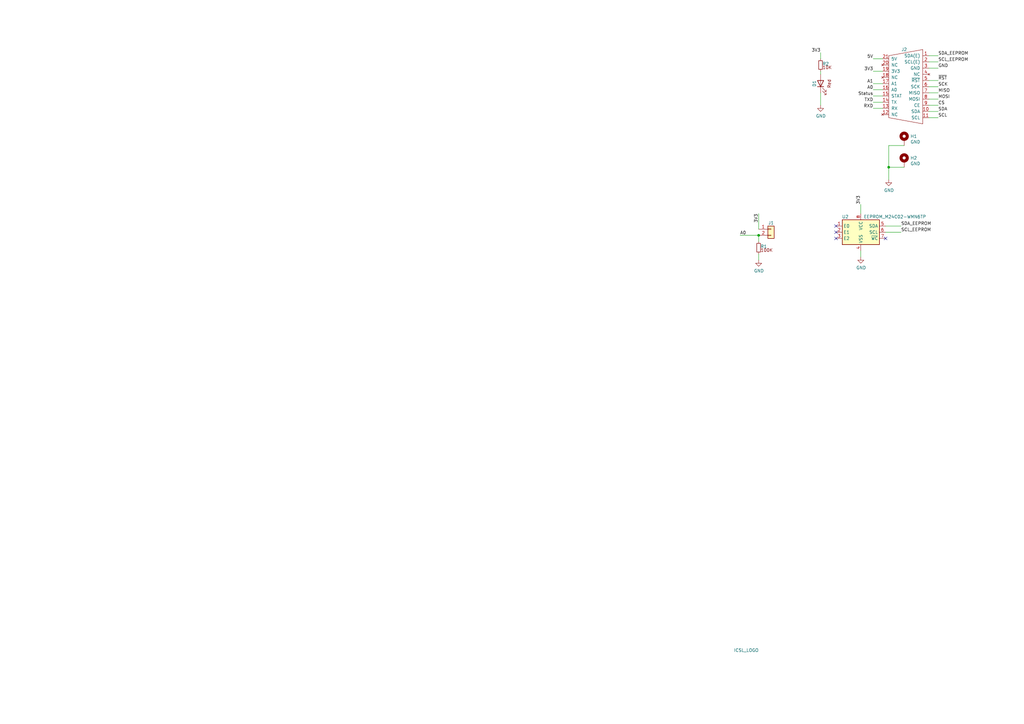
<source format=kicad_sch>
(kicad_sch (version 20211123) (generator eeschema)
  (paper "A3")
  (lib_symbols
    (symbol "ICSL:Amphenol_91911-31321_plug" (pin_names (offset 1.016))
      (property "Reference" "J" (at 0 12.7 0))
      (symbol "Amphenol_91911-31321_plug_0_1"
        (polyline (pts (xy 7.62 -17.78) (xy 7.62 12.7)))
        (polyline (pts (xy 7.62 12.7) (xy -6.35 10.16) (xy -6.35 -15.24) (xy 7.62 -17.78)))
      )
      (symbol "Amphenol_91911-31321_plug_1_1"
        (pin bidirectional line (at 10.16 10.16 180) (length 2.54) (name "SDA(E)") (number "1"))
        (pin bidirectional line (at 10.16 -12.7 180) (length 2.54) (name "SDA") (number "10"))
        (pin output line (at 10.16 -15.24 180) (length 2.54) (name "SCL") (number "11"))
        (pin no_connect line (at -8.89 -13.97 0) (length 2.54) (name "NC") (number "12"))
        (pin input line (at -8.89 -11.43 0) (length 2.54) (name "RX") (number "13"))
        (pin output line (at -8.89 -8.89 0) (length 2.54) (name "TX") (number "14"))
        (pin input line (at -8.89 -6.35 0) (length 2.54) (name "STAT") (number "15"))
        (pin input line (at -8.89 -3.81 0) (length 2.54) (name "A0") (number "16"))
        (pin input line (at -8.89 -1.27 0) (length 2.54) (name "A1") (number "17"))
        (pin no_connect line (at -8.89 1.27 0) (length 2.54) (name "NC") (number "18"))
        (pin power_out line (at -8.89 3.81 0) (length 2.54) (name "3V3") (number "19"))
        (pin output line (at 10.16 7.62 180) (length 2.54) (name "SCL(E)") (number "2"))
        (pin no_connect line (at -8.89 6.35 0) (length 2.54) (name "NC") (number "20"))
        (pin power_out line (at -8.89 8.89 0) (length 2.54) (name "5V") (number "21"))
        (pin power_out line (at 10.16 5.08 180) (length 2.54) (name "GND") (number "3"))
        (pin no_connect line (at 10.16 2.54 180) (length 2.54) (name "NC") (number "4"))
        (pin output line (at 10.16 0 180) (length 2.54) (name "~{RST}") (number "5"))
        (pin output line (at 10.16 -2.54 180) (length 2.54) (name "SCK") (number "6"))
        (pin input line (at 10.16 -5.08 180) (length 2.54) (name "MISO") (number "7"))
        (pin output line (at 10.16 -7.62 180) (length 2.54) (name "MOSI") (number "8"))
        (pin output line (at 10.16 -10.16 180) (length 2.54) (name "CE") (number "9"))
      )
    )
    (symbol "ICSL:ICSL_LOGO"
      (property "Value" "ICSL_LOGO" (at 0 0 0))
    )
    (symbol "Mechanical:MountingHole_Pad" (pin_numbers hide) (pin_names (offset 1.016) hide)
      (property "Reference" "H" (at 0 6.35 0))
      (property "Value" "MountingHole_Pad" (at 0 4.445 0))
      (symbol "MountingHole_Pad_0_1"
        (circle (center 0 1.27) (radius 1.27) (stroke (width 1.27)))
      )
      (symbol "MountingHole_Pad_1_1"
        (pin input line (at 0 -2.54 90) (length 2.54) (name "1") (number "1"))
      )
    )
    (symbol "jlcsmt-connectors:DC-2.1MM" (pin_names (offset 1.016) hide)
      (property "Reference" "J" (at 0 2.54 0))
      (symbol "DC-2.1MM_1_1"
        (rectangle (start -1.27 -2.413) (end 0 -2.667) (stroke (width 0.1524)))
        (rectangle (start -1.27 0.127) (end 0 -0.127) (stroke (width 0.1524)))
        (rectangle (start -1.27 1.27) (end 1.27 -3.81) (stroke (width 0.254)) (fill (type background)))
        (pin passive line (at -5.08 0 0) (length 3.81) (name "Pin_1") (number "1"))
        (pin passive line (at -5.08 -2.54 0) (length 3.81) (name "Pin_2") (number "2"))
      )
    )
    (symbol "jlcsmt-ic:EEPROM_M24C02-WMN6TP"
      (property "Reference" "U" (at -6.35 6.35 0))
      (property "Value" "EEPROM_M24C02-WMN6TP" (at 13.97 6.35 0))
      (symbol "EEPROM_M24C02-WMN6TP_0_1"
        (rectangle (start -7.62 5.08) (end 7.62 -5.08) (stroke (width 0.254)) (fill (type background)))
      )
      (symbol "EEPROM_M24C02-WMN6TP_1_1"
        (pin input line (at -10.16 2.54 0) (length 2.54) (name "E0") (number "1"))
        (pin input line (at -10.16 0 0) (length 2.54) (name "E1") (number "2"))
        (pin input line (at -10.16 -2.54 0) (length 2.54) (name "E2") (number "3"))
        (pin power_in line (at 0 -7.62 90) (length 2.54) (name "VSS") (number "4"))
        (pin bidirectional line (at 10.16 2.54 180) (length 2.54) (name "SDA") (number "5"))
        (pin input line (at 10.16 0 180) (length 2.54) (name "SCL") (number "6"))
        (pin input line (at 10.16 -2.54 180) (length 2.54) (name "~{WC}") (number "7"))
        (pin power_in line (at 0 7.62 270) (length 2.54) (name "VCC") (number "8"))
      )
    )
    (symbol "jlcsmt-rcl:LED_0603_Red" (pin_numbers hide) (pin_names (offset 1.016) hide)
      (property "Reference" "D" (at 0 2.54 0))
      (symbol "LED_0603_Red_0_0"
        (text "Red" (at 0 -3.556 0) (effects (font (size 1.27 1.27))))
      )
      (symbol "LED_0603_Red_0_1"
        (polyline (pts (xy -1.27 -1.27) (xy -1.27 1.27)) (stroke (width 0.254)))
        (polyline (pts (xy -1.27 0) (xy 1.27 0)))
        (polyline (pts (xy 1.27 -1.27) (xy 1.27 1.27) (xy -1.27 0) (xy 1.27 -1.27)) (stroke (width 0.254)))
        (polyline (pts (xy -3.048 -0.762) (xy -4.572 -2.286) (xy -3.81 -2.286) (xy -4.572 -2.286) (xy -4.572 -1.524)))
        (polyline (pts (xy -1.778 -0.762) (xy -3.302 -2.286) (xy -2.54 -2.286) (xy -3.302 -2.286) (xy -3.302 -1.524)))
      )
      (symbol "LED_0603_Red_1_1"
        (pin passive line (at -3.81 0 0) (length 2.54) (name "K") (number "1"))
        (pin passive line (at 3.81 0 180) (length 2.54) (name "A") (number "2"))
      )
    )
    (symbol "jlcsmt-rcl:R_0402_100K" (pin_numbers hide) (pin_names (offset 0.254) hide)
      (property "Reference" "R" (at 0.762 0.508 0))
      (symbol "R_0402_100K_0_0"
        (text "100K" (at 0.762 -1.016 0) (effects (font (size 1.27 1.27)) (justify left)))
      )
      (symbol "R_0402_100K_0_1"
        (rectangle (start -0.762 1.778) (end 0.762 -1.778) (stroke (width 0.2032)))
      )
      (symbol "R_0402_100K_1_1"
        (pin passive line (at 0 2.54 270) (length 0.762) (name "~") (number "1"))
        (pin passive line (at 0 -2.54 90) (length 0.762) (name "~") (number "2"))
      )
    )
    (symbol "jlcsmt-rcl:R_0402_10K" (pin_numbers hide) (pin_names (offset 0.254) hide)
      (property "Reference" "R" (at 0.762 0.508 0))
      (symbol "R_0402_10K_0_0"
        (text "10K" (at 0.762 -1.016 0) (effects (font (size 1.27 1.27)) (justify left)))
      )
      (symbol "R_0402_10K_0_1"
        (rectangle (start -0.762 1.778) (end 0.762 -1.778) (stroke (width 0.2032)))
      )
      (symbol "R_0402_10K_1_1"
        (pin passive line (at 0 2.54 270) (length 0.762) (name "~") (number "1"))
        (pin passive line (at 0 -2.54 90) (length 0.762) (name "~") (number "2"))
      )
    )
    (symbol "power:GND" (power) (pin_names (offset 0))
      (property "Value" "GND" (at 0 -3.81 0))
      (symbol "GND_0_1"
        (polyline (pts (xy 0 0) (xy 0 -1.27) (xy 1.27 -1.27) (xy 0 -2.54) (xy -1.27 -1.27) (xy 0 -1.27)))
      )
      (symbol "GND_1_1"
        (pin power_in line (at 0 0 270) (length 0) hide (name "GND") (number "1"))
      )
    )
  )
  (junction (at 364.49 68.58))
  (junction (at 311.15 96.52))
  (no_connect (at 363.22 97.79))
  (no_connect (at 342.9 97.79))
  (no_connect (at 342.9 92.71))
  (no_connect (at 342.9 95.25))
  (wire (pts (xy 358.14 29.21) (xy 361.95 29.21)))
  (wire (pts (xy 364.49 73.66) (xy 364.49 68.58)))
  (wire (pts (xy 358.14 41.91) (xy 361.95 41.91)))
  (wire (pts (xy 381 22.86) (xy 384.81 22.86)))
  (wire (pts (xy 363.22 92.71) (xy 369.57 92.71)))
  (wire (pts (xy 358.14 44.45) (xy 361.95 44.45)))
  (wire (pts (xy 364.49 59.69) (xy 370.84 59.69)))
  (wire (pts (xy 381 43.18) (xy 384.81 43.18)))
  (wire (pts (xy 381 35.56) (xy 384.81 35.56)))
  (wire (pts (xy 381 45.72) (xy 384.81 45.72)))
  (wire (pts (xy 381 27.94) (xy 384.81 27.94)))
  (wire (pts (xy 381 40.64) (xy 384.81 40.64)))
  (wire (pts (xy 358.14 34.29) (xy 361.95 34.29)))
  (wire (pts (xy 364.49 68.58) (xy 370.84 68.58)))
  (wire (pts (xy 381 38.1) (xy 384.81 38.1)))
  (wire (pts (xy 381 33.02) (xy 384.81 33.02)))
  (wire (pts (xy 381 48.26) (xy 384.81 48.26)))
  (wire (pts (xy 364.49 68.58) (xy 364.49 59.69)))
  (wire (pts (xy 311.15 106.68) (xy 311.15 104.14)))
  (wire (pts (xy 358.14 24.13) (xy 361.95 24.13)))
  (wire (pts (xy 311.15 96.52) (xy 311.15 99.06)))
  (wire (pts (xy 358.14 36.83) (xy 361.95 36.83)))
  (wire (pts (xy 311.15 87.63) (xy 311.15 93.98)))
  (wire (pts (xy 381 25.4) (xy 384.81 25.4)))
  (wire (pts (xy 336.55 29.21) (xy 336.55 30.48)))
  (wire (pts (xy 303.53 96.52) (xy 311.15 96.52)))
  (wire (pts (xy 363.22 95.25) (xy 369.57 95.25)))
  (wire (pts (xy 358.14 39.37) (xy 361.95 39.37)))
  (wire (pts (xy 353.06 105.41) (xy 353.06 102.87)))
  (wire (pts (xy 336.55 43.18) (xy 336.55 38.1)))
  (wire (pts (xy 336.55 21.59) (xy 336.55 24.13)))
  (wire (pts (xy 353.06 83.82) (xy 353.06 87.63)))
  (label "SDA_EEPROM" (at 369.57 92.71 0))
  (label "SDA_EEPROM" (at 384.81 22.86 0))
  (label "3V3" (at 358.14 29.21 180))
  (label "A0" (at 303.53 96.52 0))
  (label "SCK" (at 384.81 35.56 0))
  (label "GND" (at 384.81 27.94 0))
  (label "3V3" (at 353.06 83.82 90))
  (label "A0" (at 358.14 36.83 180))
  (label "MOSI" (at 384.81 40.64 0))
  (label "~{RST}" (at 384.81 33.02 0))
  (label "5V" (at 358.14 24.13 180))
  (label "MISO" (at 384.81 38.1 0))
  (label "A1" (at 358.14 34.29 180))
  (label "SDA" (at 384.81 45.72 0))
  (label "CS" (at 384.81 43.18 0))
  (label "TXD" (at 358.14 41.91 180))
  (label "Status" (at 358.14 39.37 180))
  (label "RXD" (at 358.14 44.45 180))
  (label "3V3" (at 336.55 21.59 180))
  (label "SCL_EEPROM" (at 384.81 25.4 0))
  (label "SCL" (at 384.81 48.26 0))
  (label "3V3" (at 311.15 87.63 270))
  (label "SCL_EEPROM" (at 369.57 95.25 0))
  (symbol (lib_id "Mechanical:MountingHole_Pad") (at 370.84 57.15 0) (unit 1)
    (property "Reference" "H1" (at 373.38 55.9054 0) (effects (justify left)))
    (property "Value" "GND" (at 373.38 58.2168 0) (effects (justify left)))
    (property "Footprint" "ICSL:M1502-B-2545-AL-TOP" (effects hide))
  )
  (symbol (lib_id "Mechanical:MountingHole_Pad") (at 370.84 66.04 0) (unit 1)
    (property "Reference" "H2" (at 373.38 64.7954 0) (effects (justify left)))
    (property "Value" "GND" (at 373.38 67.1068 0) (effects (justify left)))
    (property "Footprint" "ICSL:M1502-B-2545-AL-TOP" (effects hide))
  )
  (symbol (lib_id "power:GND") (at 364.49 73.66 0) (unit 1)
    (property "Reference" "#PWR04" (effects hide))
    (property "Value" "GND" (at 364.617 78.0542 0))
  )
  (symbol (lib_id "ICSL:Amphenol_91911-31321_plug") (at 370.84 33.02 0) (unit 1)
    (property "Reference" "J2" (at 370.84 20.32 0))
    (property "Value" "Amphenol_91911-31321_plug" (effects hide))
    (property "Footprint" "ICSL:Amphenol_91911-31321LF_PLUG" (effects hide))
    (property "Datasheet" "https://cdn.amphenol-icc.com/media/wysiwyg/files/drawing/91900.pdf" (effects hide))
    (property "LCSC" "C9900009023" (effects hide))
  )
  (symbol (lib_id "power:GND") (at 336.55 43.18 0) (unit 1)
    (property "Reference" "#PWR02" (effects hide))
    (property "Value" "GND" (at 336.677 47.5742 0))
  )
  (symbol (lib_id "jlcsmt-rcl:R_0402_10K") (at 336.55 26.67 0) (unit 1)
    (property "Reference" "R2" (at 337.312 26.162 0) (effects (justify left)))
    (property "Value" "R_0402_10K" (effects hide))
    (property "Footprint" "Resistor_SMD:R_0402_1005Metric" (effects hide))
    (property "Datasheet" "https://datasheet.lcsc.com/lcsc/2110260030_UNI-ROYAL-Uniroyal-Elec-0402WGF1002TCE_C25744.pdf" (effects hide))
    (property "MFR" "UNI-ROYAL(Uniroyal Elec)" (effects hide))
    (property "MFR Part#" "0402WGF1002TCE" (effects hide))
    (property "LCSC" "C25744" (effects hide))
  )
  (symbol (lib_id "ICSL:ICSL_LOGO") (at 306.07 266.7 0) (unit 1)
    (property "Reference" "U1" (effects hide))
    (property "Value" "ICSL_LOGO" (at 306.07 266.7 0))
    (property "Footprint" "ICSL:icsl_logo" (effects hide))
  )
  (symbol (lib_id "power:GND") (at 353.06 105.41 0) (unit 1)
    (property "Reference" "#PWR03" (effects hide))
    (property "Value" "GND" (at 353.187 109.8042 0))
  )
  (symbol (lib_id "power:GND") (at 311.15 106.68 0) (unit 1)
    (property "Reference" "#PWR01" (effects hide))
    (property "Value" "GND" (at 311.277 111.0742 0))
  )
  (symbol (lib_id "jlcsmt-rcl:LED_0603_Red") (at 336.55 34.29 90) (unit 1)
    (property "Reference" "D1" (at 334.01 34.29 0))
    (property "Value" "LED_0603_Red" (effects hide))
    (property "Footprint" "jlcsmt:LED_0603_1608Metric" (effects hide))
    (property "Datasheet" "https://datasheet.lcsc.com/lcsc/1810231112_Hubei-KENTO-Elec-KT-0603R_C2286.pdf" (effects hide))
    (property "MFR" "Hubei KENTO Elec" (effects hide))
    (property "MFR Part#" "KT-0603R" (effects hide))
    (property "LCSC" "C2286" (effects hide))
  )
  (symbol (lib_id "jlcsmt-connectors:DC-2.1MM") (at 316.23 93.98 0) (unit 1)
    (property "Reference" "J1" (at 316.23 91.44 0))
    (property "Value" "DC-2.1MM" (effects hide))
    (property "Footprint" "jlcsmt:DC-060A" (effects hide))
    (property "Datasheet" "https://datasheet.lcsc.com/lcsc/2108131530_Korean-Hroparts-Elec-DC-060A_C129005.pdf" (effects hide))
    (property "MFR" "Korean Hroparts Elec" (effects hide))
    (property "MFR Part#" "DC-060A" (effects hide))
    (property "LCSC" "C129005" (effects hide))
  )
  (symbol (lib_id "jlcsmt-ic:EEPROM_M24C02-WMN6TP") (at 353.06 95.25 0) (unit 1)
    (property "Reference" "U2" (at 346.71 88.9 0))
    (property "Value" "EEPROM_M24C02-WMN6TP" (at 367.03 88.9 0))
    (property "Footprint" "jlcsmt:SOIC-8_3.9x4.9mm_P1.27mm" (effects hide))
    (property "Datasheet" "https://datasheet.lcsc.com/lcsc/1809061818_STMicroelectronics-M24C02-WMN6TP_C7562.pdf" (effects hide))
    (property "MFR" "STMicroelectronics" (effects hide))
    (property "MFR Part#" "M24C02-WMN6TP" (effects hide))
    (property "LCSC" "C7562" (effects hide))
  )
  (symbol (lib_id "jlcsmt-rcl:R_0402_100K") (at 311.15 101.6 0) (unit 1)
    (property "Reference" "R1" (at 311.912 101.092 0) (effects (justify left)))
    (property "Value" "R_0402_100K" (effects hide))
    (property "Footprint" "Resistor_SMD:R_0402_1005Metric" (effects hide))
    (property "Datasheet" "https://datasheet.lcsc.com/lcsc/2110260030_UNI-ROYAL-Uniroyal-Elec-0402WGF1003TCE_C25741.pdf" (effects hide))
    (property "MFR" "UNI-ROYAL(Uniroyal Elec)" (effects hide))
    (property "MFR Part#" "0402WGF1003TCE" (effects hide))
    (property "LCSC" "C25741" (effects hide))
  )
)
</source>
